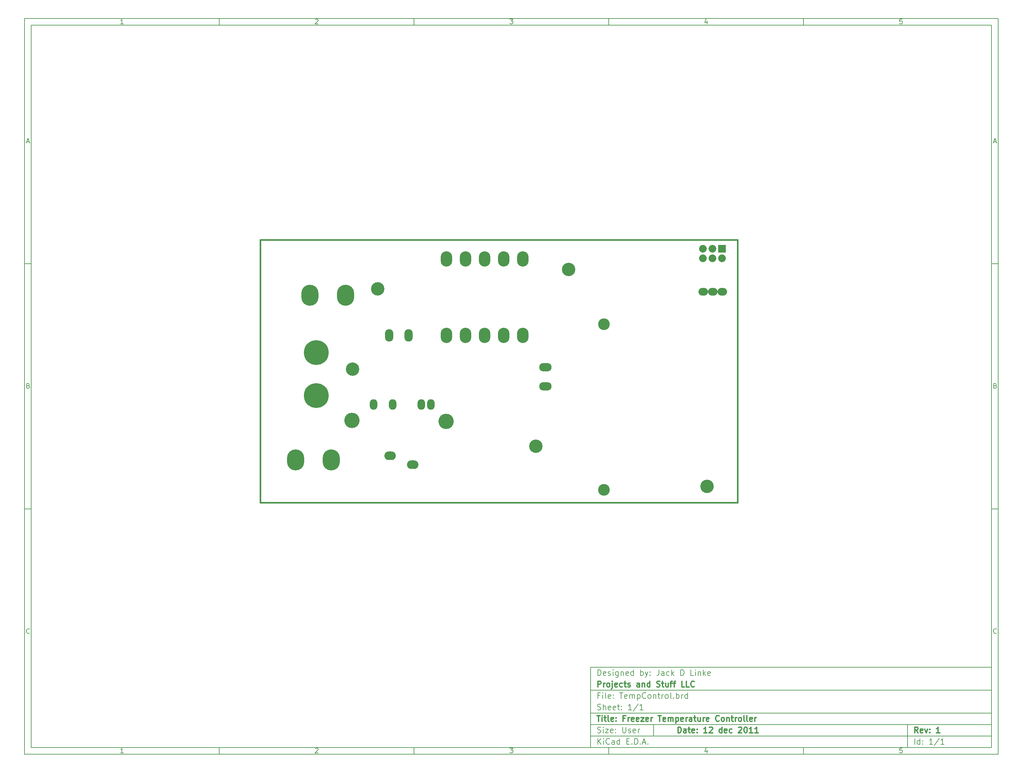
<source format=gbs>
G04 (created by PCBNEW-RS274X (2011-07-08 BZR 3044)-stable) date 12/12/2011 9:59:01 PM*
G01*
G70*
G90*
%MOIN*%
G04 Gerber Fmt 3.4, Leading zero omitted, Abs format*
%FSLAX34Y34*%
G04 APERTURE LIST*
%ADD10C,0.006000*%
%ADD11C,0.012000*%
%ADD12C,0.015000*%
%ADD13R,0.080000X0.080000*%
%ADD14C,0.080000*%
%ADD15C,0.122400*%
%ADD16O,0.120000X0.090000*%
%ADD17O,0.180000X0.220000*%
%ADD18O,0.086900X0.130200*%
%ADD19O,0.130200X0.086900*%
%ADD20C,0.160000*%
%ADD21O,0.080000X0.110000*%
%ADD22O,0.100000X0.080000*%
%ADD23C,0.140000*%
%ADD24O,0.120000X0.160000*%
%ADD25C,0.260000*%
G04 APERTURE END LIST*
G54D10*
X04000Y-04000D02*
X106000Y-04000D01*
X106000Y-81000D01*
X04000Y-81000D01*
X04000Y-04000D01*
X04700Y-04700D02*
X105300Y-04700D01*
X105300Y-80300D01*
X04700Y-80300D01*
X04700Y-04700D01*
X24400Y-04000D02*
X24400Y-04700D01*
X14343Y-04552D02*
X14057Y-04552D01*
X14200Y-04552D02*
X14200Y-04052D01*
X14152Y-04124D01*
X14105Y-04171D01*
X14057Y-04195D01*
X24400Y-81000D02*
X24400Y-80300D01*
X14343Y-80852D02*
X14057Y-80852D01*
X14200Y-80852D02*
X14200Y-80352D01*
X14152Y-80424D01*
X14105Y-80471D01*
X14057Y-80495D01*
X44800Y-04000D02*
X44800Y-04700D01*
X34457Y-04100D02*
X34481Y-04076D01*
X34529Y-04052D01*
X34648Y-04052D01*
X34695Y-04076D01*
X34719Y-04100D01*
X34743Y-04148D01*
X34743Y-04195D01*
X34719Y-04267D01*
X34433Y-04552D01*
X34743Y-04552D01*
X44800Y-81000D02*
X44800Y-80300D01*
X34457Y-80400D02*
X34481Y-80376D01*
X34529Y-80352D01*
X34648Y-80352D01*
X34695Y-80376D01*
X34719Y-80400D01*
X34743Y-80448D01*
X34743Y-80495D01*
X34719Y-80567D01*
X34433Y-80852D01*
X34743Y-80852D01*
X65200Y-04000D02*
X65200Y-04700D01*
X54833Y-04052D02*
X55143Y-04052D01*
X54976Y-04243D01*
X55048Y-04243D01*
X55095Y-04267D01*
X55119Y-04290D01*
X55143Y-04338D01*
X55143Y-04457D01*
X55119Y-04505D01*
X55095Y-04529D01*
X55048Y-04552D01*
X54905Y-04552D01*
X54857Y-04529D01*
X54833Y-04505D01*
X65200Y-81000D02*
X65200Y-80300D01*
X54833Y-80352D02*
X55143Y-80352D01*
X54976Y-80543D01*
X55048Y-80543D01*
X55095Y-80567D01*
X55119Y-80590D01*
X55143Y-80638D01*
X55143Y-80757D01*
X55119Y-80805D01*
X55095Y-80829D01*
X55048Y-80852D01*
X54905Y-80852D01*
X54857Y-80829D01*
X54833Y-80805D01*
X85600Y-04000D02*
X85600Y-04700D01*
X75495Y-04219D02*
X75495Y-04552D01*
X75376Y-04029D02*
X75257Y-04386D01*
X75567Y-04386D01*
X85600Y-81000D02*
X85600Y-80300D01*
X75495Y-80519D02*
X75495Y-80852D01*
X75376Y-80329D02*
X75257Y-80686D01*
X75567Y-80686D01*
X95919Y-04052D02*
X95681Y-04052D01*
X95657Y-04290D01*
X95681Y-04267D01*
X95729Y-04243D01*
X95848Y-04243D01*
X95895Y-04267D01*
X95919Y-04290D01*
X95943Y-04338D01*
X95943Y-04457D01*
X95919Y-04505D01*
X95895Y-04529D01*
X95848Y-04552D01*
X95729Y-04552D01*
X95681Y-04529D01*
X95657Y-04505D01*
X95919Y-80352D02*
X95681Y-80352D01*
X95657Y-80590D01*
X95681Y-80567D01*
X95729Y-80543D01*
X95848Y-80543D01*
X95895Y-80567D01*
X95919Y-80590D01*
X95943Y-80638D01*
X95943Y-80757D01*
X95919Y-80805D01*
X95895Y-80829D01*
X95848Y-80852D01*
X95729Y-80852D01*
X95681Y-80829D01*
X95657Y-80805D01*
X04000Y-29660D02*
X04700Y-29660D01*
X04231Y-16890D02*
X04469Y-16890D01*
X04184Y-17032D02*
X04350Y-16532D01*
X04517Y-17032D01*
X106000Y-29660D02*
X105300Y-29660D01*
X105531Y-16890D02*
X105769Y-16890D01*
X105484Y-17032D02*
X105650Y-16532D01*
X105817Y-17032D01*
X04000Y-55320D02*
X04700Y-55320D01*
X04386Y-42430D02*
X04457Y-42454D01*
X04481Y-42478D01*
X04505Y-42526D01*
X04505Y-42597D01*
X04481Y-42645D01*
X04457Y-42669D01*
X04410Y-42692D01*
X04219Y-42692D01*
X04219Y-42192D01*
X04386Y-42192D01*
X04433Y-42216D01*
X04457Y-42240D01*
X04481Y-42288D01*
X04481Y-42335D01*
X04457Y-42383D01*
X04433Y-42407D01*
X04386Y-42430D01*
X04219Y-42430D01*
X106000Y-55320D02*
X105300Y-55320D01*
X105686Y-42430D02*
X105757Y-42454D01*
X105781Y-42478D01*
X105805Y-42526D01*
X105805Y-42597D01*
X105781Y-42645D01*
X105757Y-42669D01*
X105710Y-42692D01*
X105519Y-42692D01*
X105519Y-42192D01*
X105686Y-42192D01*
X105733Y-42216D01*
X105757Y-42240D01*
X105781Y-42288D01*
X105781Y-42335D01*
X105757Y-42383D01*
X105733Y-42407D01*
X105686Y-42430D01*
X105519Y-42430D01*
X04505Y-68305D02*
X04481Y-68329D01*
X04410Y-68352D01*
X04362Y-68352D01*
X04290Y-68329D01*
X04243Y-68281D01*
X04219Y-68233D01*
X04195Y-68138D01*
X04195Y-68067D01*
X04219Y-67971D01*
X04243Y-67924D01*
X04290Y-67876D01*
X04362Y-67852D01*
X04410Y-67852D01*
X04481Y-67876D01*
X04505Y-67900D01*
X105805Y-68305D02*
X105781Y-68329D01*
X105710Y-68352D01*
X105662Y-68352D01*
X105590Y-68329D01*
X105543Y-68281D01*
X105519Y-68233D01*
X105495Y-68138D01*
X105495Y-68067D01*
X105519Y-67971D01*
X105543Y-67924D01*
X105590Y-67876D01*
X105662Y-67852D01*
X105710Y-67852D01*
X105781Y-67876D01*
X105805Y-67900D01*
G54D11*
X72443Y-78743D02*
X72443Y-78143D01*
X72586Y-78143D01*
X72671Y-78171D01*
X72729Y-78229D01*
X72757Y-78286D01*
X72786Y-78400D01*
X72786Y-78486D01*
X72757Y-78600D01*
X72729Y-78657D01*
X72671Y-78714D01*
X72586Y-78743D01*
X72443Y-78743D01*
X73300Y-78743D02*
X73300Y-78429D01*
X73271Y-78371D01*
X73214Y-78343D01*
X73100Y-78343D01*
X73043Y-78371D01*
X73300Y-78714D02*
X73243Y-78743D01*
X73100Y-78743D01*
X73043Y-78714D01*
X73014Y-78657D01*
X73014Y-78600D01*
X73043Y-78543D01*
X73100Y-78514D01*
X73243Y-78514D01*
X73300Y-78486D01*
X73500Y-78343D02*
X73729Y-78343D01*
X73586Y-78143D02*
X73586Y-78657D01*
X73614Y-78714D01*
X73672Y-78743D01*
X73729Y-78743D01*
X74157Y-78714D02*
X74100Y-78743D01*
X73986Y-78743D01*
X73929Y-78714D01*
X73900Y-78657D01*
X73900Y-78429D01*
X73929Y-78371D01*
X73986Y-78343D01*
X74100Y-78343D01*
X74157Y-78371D01*
X74186Y-78429D01*
X74186Y-78486D01*
X73900Y-78543D01*
X74443Y-78686D02*
X74471Y-78714D01*
X74443Y-78743D01*
X74414Y-78714D01*
X74443Y-78686D01*
X74443Y-78743D01*
X74443Y-78371D02*
X74471Y-78400D01*
X74443Y-78429D01*
X74414Y-78400D01*
X74443Y-78371D01*
X74443Y-78429D01*
X75500Y-78743D02*
X75157Y-78743D01*
X75329Y-78743D02*
X75329Y-78143D01*
X75272Y-78229D01*
X75214Y-78286D01*
X75157Y-78314D01*
X75728Y-78200D02*
X75757Y-78171D01*
X75814Y-78143D01*
X75957Y-78143D01*
X76014Y-78171D01*
X76043Y-78200D01*
X76071Y-78257D01*
X76071Y-78314D01*
X76043Y-78400D01*
X75700Y-78743D01*
X76071Y-78743D01*
X77042Y-78743D02*
X77042Y-78143D01*
X77042Y-78714D02*
X76985Y-78743D01*
X76871Y-78743D01*
X76813Y-78714D01*
X76785Y-78686D01*
X76756Y-78629D01*
X76756Y-78457D01*
X76785Y-78400D01*
X76813Y-78371D01*
X76871Y-78343D01*
X76985Y-78343D01*
X77042Y-78371D01*
X77556Y-78714D02*
X77499Y-78743D01*
X77385Y-78743D01*
X77328Y-78714D01*
X77299Y-78657D01*
X77299Y-78429D01*
X77328Y-78371D01*
X77385Y-78343D01*
X77499Y-78343D01*
X77556Y-78371D01*
X77585Y-78429D01*
X77585Y-78486D01*
X77299Y-78543D01*
X78099Y-78714D02*
X78042Y-78743D01*
X77928Y-78743D01*
X77870Y-78714D01*
X77842Y-78686D01*
X77813Y-78629D01*
X77813Y-78457D01*
X77842Y-78400D01*
X77870Y-78371D01*
X77928Y-78343D01*
X78042Y-78343D01*
X78099Y-78371D01*
X78784Y-78200D02*
X78813Y-78171D01*
X78870Y-78143D01*
X79013Y-78143D01*
X79070Y-78171D01*
X79099Y-78200D01*
X79127Y-78257D01*
X79127Y-78314D01*
X79099Y-78400D01*
X78756Y-78743D01*
X79127Y-78743D01*
X79498Y-78143D02*
X79555Y-78143D01*
X79612Y-78171D01*
X79641Y-78200D01*
X79670Y-78257D01*
X79698Y-78371D01*
X79698Y-78514D01*
X79670Y-78629D01*
X79641Y-78686D01*
X79612Y-78714D01*
X79555Y-78743D01*
X79498Y-78743D01*
X79441Y-78714D01*
X79412Y-78686D01*
X79384Y-78629D01*
X79355Y-78514D01*
X79355Y-78371D01*
X79384Y-78257D01*
X79412Y-78200D01*
X79441Y-78171D01*
X79498Y-78143D01*
X80269Y-78743D02*
X79926Y-78743D01*
X80098Y-78743D02*
X80098Y-78143D01*
X80041Y-78229D01*
X79983Y-78286D01*
X79926Y-78314D01*
X80840Y-78743D02*
X80497Y-78743D01*
X80669Y-78743D02*
X80669Y-78143D01*
X80612Y-78229D01*
X80554Y-78286D01*
X80497Y-78314D01*
G54D10*
X64043Y-79943D02*
X64043Y-79343D01*
X64386Y-79943D02*
X64129Y-79600D01*
X64386Y-79343D02*
X64043Y-79686D01*
X64643Y-79943D02*
X64643Y-79543D01*
X64643Y-79343D02*
X64614Y-79371D01*
X64643Y-79400D01*
X64671Y-79371D01*
X64643Y-79343D01*
X64643Y-79400D01*
X65272Y-79886D02*
X65243Y-79914D01*
X65157Y-79943D01*
X65100Y-79943D01*
X65015Y-79914D01*
X64957Y-79857D01*
X64929Y-79800D01*
X64900Y-79686D01*
X64900Y-79600D01*
X64929Y-79486D01*
X64957Y-79429D01*
X65015Y-79371D01*
X65100Y-79343D01*
X65157Y-79343D01*
X65243Y-79371D01*
X65272Y-79400D01*
X65786Y-79943D02*
X65786Y-79629D01*
X65757Y-79571D01*
X65700Y-79543D01*
X65586Y-79543D01*
X65529Y-79571D01*
X65786Y-79914D02*
X65729Y-79943D01*
X65586Y-79943D01*
X65529Y-79914D01*
X65500Y-79857D01*
X65500Y-79800D01*
X65529Y-79743D01*
X65586Y-79714D01*
X65729Y-79714D01*
X65786Y-79686D01*
X66329Y-79943D02*
X66329Y-79343D01*
X66329Y-79914D02*
X66272Y-79943D01*
X66158Y-79943D01*
X66100Y-79914D01*
X66072Y-79886D01*
X66043Y-79829D01*
X66043Y-79657D01*
X66072Y-79600D01*
X66100Y-79571D01*
X66158Y-79543D01*
X66272Y-79543D01*
X66329Y-79571D01*
X67072Y-79629D02*
X67272Y-79629D01*
X67358Y-79943D02*
X67072Y-79943D01*
X67072Y-79343D01*
X67358Y-79343D01*
X67615Y-79886D02*
X67643Y-79914D01*
X67615Y-79943D01*
X67586Y-79914D01*
X67615Y-79886D01*
X67615Y-79943D01*
X67901Y-79943D02*
X67901Y-79343D01*
X68044Y-79343D01*
X68129Y-79371D01*
X68187Y-79429D01*
X68215Y-79486D01*
X68244Y-79600D01*
X68244Y-79686D01*
X68215Y-79800D01*
X68187Y-79857D01*
X68129Y-79914D01*
X68044Y-79943D01*
X67901Y-79943D01*
X68501Y-79886D02*
X68529Y-79914D01*
X68501Y-79943D01*
X68472Y-79914D01*
X68501Y-79886D01*
X68501Y-79943D01*
X68758Y-79771D02*
X69044Y-79771D01*
X68701Y-79943D02*
X68901Y-79343D01*
X69101Y-79943D01*
X69301Y-79886D02*
X69329Y-79914D01*
X69301Y-79943D01*
X69272Y-79914D01*
X69301Y-79886D01*
X69301Y-79943D01*
G54D11*
X97586Y-78743D02*
X97386Y-78457D01*
X97243Y-78743D02*
X97243Y-78143D01*
X97471Y-78143D01*
X97529Y-78171D01*
X97557Y-78200D01*
X97586Y-78257D01*
X97586Y-78343D01*
X97557Y-78400D01*
X97529Y-78429D01*
X97471Y-78457D01*
X97243Y-78457D01*
X98071Y-78714D02*
X98014Y-78743D01*
X97900Y-78743D01*
X97843Y-78714D01*
X97814Y-78657D01*
X97814Y-78429D01*
X97843Y-78371D01*
X97900Y-78343D01*
X98014Y-78343D01*
X98071Y-78371D01*
X98100Y-78429D01*
X98100Y-78486D01*
X97814Y-78543D01*
X98300Y-78343D02*
X98443Y-78743D01*
X98585Y-78343D01*
X98814Y-78686D02*
X98842Y-78714D01*
X98814Y-78743D01*
X98785Y-78714D01*
X98814Y-78686D01*
X98814Y-78743D01*
X98814Y-78371D02*
X98842Y-78400D01*
X98814Y-78429D01*
X98785Y-78400D01*
X98814Y-78371D01*
X98814Y-78429D01*
X99871Y-78743D02*
X99528Y-78743D01*
X99700Y-78743D02*
X99700Y-78143D01*
X99643Y-78229D01*
X99585Y-78286D01*
X99528Y-78314D01*
G54D10*
X64014Y-78714D02*
X64100Y-78743D01*
X64243Y-78743D01*
X64300Y-78714D01*
X64329Y-78686D01*
X64357Y-78629D01*
X64357Y-78571D01*
X64329Y-78514D01*
X64300Y-78486D01*
X64243Y-78457D01*
X64129Y-78429D01*
X64071Y-78400D01*
X64043Y-78371D01*
X64014Y-78314D01*
X64014Y-78257D01*
X64043Y-78200D01*
X64071Y-78171D01*
X64129Y-78143D01*
X64271Y-78143D01*
X64357Y-78171D01*
X64614Y-78743D02*
X64614Y-78343D01*
X64614Y-78143D02*
X64585Y-78171D01*
X64614Y-78200D01*
X64642Y-78171D01*
X64614Y-78143D01*
X64614Y-78200D01*
X64843Y-78343D02*
X65157Y-78343D01*
X64843Y-78743D01*
X65157Y-78743D01*
X65614Y-78714D02*
X65557Y-78743D01*
X65443Y-78743D01*
X65386Y-78714D01*
X65357Y-78657D01*
X65357Y-78429D01*
X65386Y-78371D01*
X65443Y-78343D01*
X65557Y-78343D01*
X65614Y-78371D01*
X65643Y-78429D01*
X65643Y-78486D01*
X65357Y-78543D01*
X65900Y-78686D02*
X65928Y-78714D01*
X65900Y-78743D01*
X65871Y-78714D01*
X65900Y-78686D01*
X65900Y-78743D01*
X65900Y-78371D02*
X65928Y-78400D01*
X65900Y-78429D01*
X65871Y-78400D01*
X65900Y-78371D01*
X65900Y-78429D01*
X66643Y-78143D02*
X66643Y-78629D01*
X66671Y-78686D01*
X66700Y-78714D01*
X66757Y-78743D01*
X66871Y-78743D01*
X66929Y-78714D01*
X66957Y-78686D01*
X66986Y-78629D01*
X66986Y-78143D01*
X67243Y-78714D02*
X67300Y-78743D01*
X67415Y-78743D01*
X67472Y-78714D01*
X67500Y-78657D01*
X67500Y-78629D01*
X67472Y-78571D01*
X67415Y-78543D01*
X67329Y-78543D01*
X67272Y-78514D01*
X67243Y-78457D01*
X67243Y-78429D01*
X67272Y-78371D01*
X67329Y-78343D01*
X67415Y-78343D01*
X67472Y-78371D01*
X67986Y-78714D02*
X67929Y-78743D01*
X67815Y-78743D01*
X67758Y-78714D01*
X67729Y-78657D01*
X67729Y-78429D01*
X67758Y-78371D01*
X67815Y-78343D01*
X67929Y-78343D01*
X67986Y-78371D01*
X68015Y-78429D01*
X68015Y-78486D01*
X67729Y-78543D01*
X68272Y-78743D02*
X68272Y-78343D01*
X68272Y-78457D02*
X68300Y-78400D01*
X68329Y-78371D01*
X68386Y-78343D01*
X68443Y-78343D01*
X97243Y-79943D02*
X97243Y-79343D01*
X97786Y-79943D02*
X97786Y-79343D01*
X97786Y-79914D02*
X97729Y-79943D01*
X97615Y-79943D01*
X97557Y-79914D01*
X97529Y-79886D01*
X97500Y-79829D01*
X97500Y-79657D01*
X97529Y-79600D01*
X97557Y-79571D01*
X97615Y-79543D01*
X97729Y-79543D01*
X97786Y-79571D01*
X98072Y-79886D02*
X98100Y-79914D01*
X98072Y-79943D01*
X98043Y-79914D01*
X98072Y-79886D01*
X98072Y-79943D01*
X98072Y-79571D02*
X98100Y-79600D01*
X98072Y-79629D01*
X98043Y-79600D01*
X98072Y-79571D01*
X98072Y-79629D01*
X99129Y-79943D02*
X98786Y-79943D01*
X98958Y-79943D02*
X98958Y-79343D01*
X98901Y-79429D01*
X98843Y-79486D01*
X98786Y-79514D01*
X99814Y-79314D02*
X99300Y-80086D01*
X100329Y-79943D02*
X99986Y-79943D01*
X100158Y-79943D02*
X100158Y-79343D01*
X100101Y-79429D01*
X100043Y-79486D01*
X99986Y-79514D01*
G54D11*
X63957Y-76943D02*
X64300Y-76943D01*
X64129Y-77543D02*
X64129Y-76943D01*
X64500Y-77543D02*
X64500Y-77143D01*
X64500Y-76943D02*
X64471Y-76971D01*
X64500Y-77000D01*
X64528Y-76971D01*
X64500Y-76943D01*
X64500Y-77000D01*
X64700Y-77143D02*
X64929Y-77143D01*
X64786Y-76943D02*
X64786Y-77457D01*
X64814Y-77514D01*
X64872Y-77543D01*
X64929Y-77543D01*
X65215Y-77543D02*
X65157Y-77514D01*
X65129Y-77457D01*
X65129Y-76943D01*
X65671Y-77514D02*
X65614Y-77543D01*
X65500Y-77543D01*
X65443Y-77514D01*
X65414Y-77457D01*
X65414Y-77229D01*
X65443Y-77171D01*
X65500Y-77143D01*
X65614Y-77143D01*
X65671Y-77171D01*
X65700Y-77229D01*
X65700Y-77286D01*
X65414Y-77343D01*
X65957Y-77486D02*
X65985Y-77514D01*
X65957Y-77543D01*
X65928Y-77514D01*
X65957Y-77486D01*
X65957Y-77543D01*
X65957Y-77171D02*
X65985Y-77200D01*
X65957Y-77229D01*
X65928Y-77200D01*
X65957Y-77171D01*
X65957Y-77229D01*
X66900Y-77229D02*
X66700Y-77229D01*
X66700Y-77543D02*
X66700Y-76943D01*
X66986Y-76943D01*
X67214Y-77543D02*
X67214Y-77143D01*
X67214Y-77257D02*
X67242Y-77200D01*
X67271Y-77171D01*
X67328Y-77143D01*
X67385Y-77143D01*
X67813Y-77514D02*
X67756Y-77543D01*
X67642Y-77543D01*
X67585Y-77514D01*
X67556Y-77457D01*
X67556Y-77229D01*
X67585Y-77171D01*
X67642Y-77143D01*
X67756Y-77143D01*
X67813Y-77171D01*
X67842Y-77229D01*
X67842Y-77286D01*
X67556Y-77343D01*
X68327Y-77514D02*
X68270Y-77543D01*
X68156Y-77543D01*
X68099Y-77514D01*
X68070Y-77457D01*
X68070Y-77229D01*
X68099Y-77171D01*
X68156Y-77143D01*
X68270Y-77143D01*
X68327Y-77171D01*
X68356Y-77229D01*
X68356Y-77286D01*
X68070Y-77343D01*
X68556Y-77143D02*
X68870Y-77143D01*
X68556Y-77543D01*
X68870Y-77543D01*
X69327Y-77514D02*
X69270Y-77543D01*
X69156Y-77543D01*
X69099Y-77514D01*
X69070Y-77457D01*
X69070Y-77229D01*
X69099Y-77171D01*
X69156Y-77143D01*
X69270Y-77143D01*
X69327Y-77171D01*
X69356Y-77229D01*
X69356Y-77286D01*
X69070Y-77343D01*
X69613Y-77543D02*
X69613Y-77143D01*
X69613Y-77257D02*
X69641Y-77200D01*
X69670Y-77171D01*
X69727Y-77143D01*
X69784Y-77143D01*
X70355Y-76943D02*
X70698Y-76943D01*
X70527Y-77543D02*
X70527Y-76943D01*
X71126Y-77514D02*
X71069Y-77543D01*
X70955Y-77543D01*
X70898Y-77514D01*
X70869Y-77457D01*
X70869Y-77229D01*
X70898Y-77171D01*
X70955Y-77143D01*
X71069Y-77143D01*
X71126Y-77171D01*
X71155Y-77229D01*
X71155Y-77286D01*
X70869Y-77343D01*
X71412Y-77543D02*
X71412Y-77143D01*
X71412Y-77200D02*
X71440Y-77171D01*
X71498Y-77143D01*
X71583Y-77143D01*
X71640Y-77171D01*
X71669Y-77229D01*
X71669Y-77543D01*
X71669Y-77229D02*
X71698Y-77171D01*
X71755Y-77143D01*
X71840Y-77143D01*
X71898Y-77171D01*
X71926Y-77229D01*
X71926Y-77543D01*
X72212Y-77143D02*
X72212Y-77743D01*
X72212Y-77171D02*
X72269Y-77143D01*
X72383Y-77143D01*
X72440Y-77171D01*
X72469Y-77200D01*
X72498Y-77257D01*
X72498Y-77429D01*
X72469Y-77486D01*
X72440Y-77514D01*
X72383Y-77543D01*
X72269Y-77543D01*
X72212Y-77514D01*
X72983Y-77514D02*
X72926Y-77543D01*
X72812Y-77543D01*
X72755Y-77514D01*
X72726Y-77457D01*
X72726Y-77229D01*
X72755Y-77171D01*
X72812Y-77143D01*
X72926Y-77143D01*
X72983Y-77171D01*
X73012Y-77229D01*
X73012Y-77286D01*
X72726Y-77343D01*
X73269Y-77543D02*
X73269Y-77143D01*
X73269Y-77257D02*
X73297Y-77200D01*
X73326Y-77171D01*
X73383Y-77143D01*
X73440Y-77143D01*
X73897Y-77543D02*
X73897Y-77229D01*
X73868Y-77171D01*
X73811Y-77143D01*
X73697Y-77143D01*
X73640Y-77171D01*
X73897Y-77514D02*
X73840Y-77543D01*
X73697Y-77543D01*
X73640Y-77514D01*
X73611Y-77457D01*
X73611Y-77400D01*
X73640Y-77343D01*
X73697Y-77314D01*
X73840Y-77314D01*
X73897Y-77286D01*
X74097Y-77143D02*
X74326Y-77143D01*
X74183Y-76943D02*
X74183Y-77457D01*
X74211Y-77514D01*
X74269Y-77543D01*
X74326Y-77543D01*
X74783Y-77143D02*
X74783Y-77543D01*
X74526Y-77143D02*
X74526Y-77457D01*
X74554Y-77514D01*
X74612Y-77543D01*
X74697Y-77543D01*
X74754Y-77514D01*
X74783Y-77486D01*
X75069Y-77543D02*
X75069Y-77143D01*
X75069Y-77257D02*
X75097Y-77200D01*
X75126Y-77171D01*
X75183Y-77143D01*
X75240Y-77143D01*
X75668Y-77514D02*
X75611Y-77543D01*
X75497Y-77543D01*
X75440Y-77514D01*
X75411Y-77457D01*
X75411Y-77229D01*
X75440Y-77171D01*
X75497Y-77143D01*
X75611Y-77143D01*
X75668Y-77171D01*
X75697Y-77229D01*
X75697Y-77286D01*
X75411Y-77343D01*
X76754Y-77486D02*
X76725Y-77514D01*
X76639Y-77543D01*
X76582Y-77543D01*
X76497Y-77514D01*
X76439Y-77457D01*
X76411Y-77400D01*
X76382Y-77286D01*
X76382Y-77200D01*
X76411Y-77086D01*
X76439Y-77029D01*
X76497Y-76971D01*
X76582Y-76943D01*
X76639Y-76943D01*
X76725Y-76971D01*
X76754Y-77000D01*
X77097Y-77543D02*
X77039Y-77514D01*
X77011Y-77486D01*
X76982Y-77429D01*
X76982Y-77257D01*
X77011Y-77200D01*
X77039Y-77171D01*
X77097Y-77143D01*
X77182Y-77143D01*
X77239Y-77171D01*
X77268Y-77200D01*
X77297Y-77257D01*
X77297Y-77429D01*
X77268Y-77486D01*
X77239Y-77514D01*
X77182Y-77543D01*
X77097Y-77543D01*
X77554Y-77143D02*
X77554Y-77543D01*
X77554Y-77200D02*
X77582Y-77171D01*
X77640Y-77143D01*
X77725Y-77143D01*
X77782Y-77171D01*
X77811Y-77229D01*
X77811Y-77543D01*
X78011Y-77143D02*
X78240Y-77143D01*
X78097Y-76943D02*
X78097Y-77457D01*
X78125Y-77514D01*
X78183Y-77543D01*
X78240Y-77543D01*
X78440Y-77543D02*
X78440Y-77143D01*
X78440Y-77257D02*
X78468Y-77200D01*
X78497Y-77171D01*
X78554Y-77143D01*
X78611Y-77143D01*
X78897Y-77543D02*
X78839Y-77514D01*
X78811Y-77486D01*
X78782Y-77429D01*
X78782Y-77257D01*
X78811Y-77200D01*
X78839Y-77171D01*
X78897Y-77143D01*
X78982Y-77143D01*
X79039Y-77171D01*
X79068Y-77200D01*
X79097Y-77257D01*
X79097Y-77429D01*
X79068Y-77486D01*
X79039Y-77514D01*
X78982Y-77543D01*
X78897Y-77543D01*
X79440Y-77543D02*
X79382Y-77514D01*
X79354Y-77457D01*
X79354Y-76943D01*
X79754Y-77543D02*
X79696Y-77514D01*
X79668Y-77457D01*
X79668Y-76943D01*
X80210Y-77514D02*
X80153Y-77543D01*
X80039Y-77543D01*
X79982Y-77514D01*
X79953Y-77457D01*
X79953Y-77229D01*
X79982Y-77171D01*
X80039Y-77143D01*
X80153Y-77143D01*
X80210Y-77171D01*
X80239Y-77229D01*
X80239Y-77286D01*
X79953Y-77343D01*
X80496Y-77543D02*
X80496Y-77143D01*
X80496Y-77257D02*
X80524Y-77200D01*
X80553Y-77171D01*
X80610Y-77143D01*
X80667Y-77143D01*
G54D10*
X64243Y-74829D02*
X64043Y-74829D01*
X64043Y-75143D02*
X64043Y-74543D01*
X64329Y-74543D01*
X64557Y-75143D02*
X64557Y-74743D01*
X64557Y-74543D02*
X64528Y-74571D01*
X64557Y-74600D01*
X64585Y-74571D01*
X64557Y-74543D01*
X64557Y-74600D01*
X64929Y-75143D02*
X64871Y-75114D01*
X64843Y-75057D01*
X64843Y-74543D01*
X65385Y-75114D02*
X65328Y-75143D01*
X65214Y-75143D01*
X65157Y-75114D01*
X65128Y-75057D01*
X65128Y-74829D01*
X65157Y-74771D01*
X65214Y-74743D01*
X65328Y-74743D01*
X65385Y-74771D01*
X65414Y-74829D01*
X65414Y-74886D01*
X65128Y-74943D01*
X65671Y-75086D02*
X65699Y-75114D01*
X65671Y-75143D01*
X65642Y-75114D01*
X65671Y-75086D01*
X65671Y-75143D01*
X65671Y-74771D02*
X65699Y-74800D01*
X65671Y-74829D01*
X65642Y-74800D01*
X65671Y-74771D01*
X65671Y-74829D01*
X66328Y-74543D02*
X66671Y-74543D01*
X66500Y-75143D02*
X66500Y-74543D01*
X67099Y-75114D02*
X67042Y-75143D01*
X66928Y-75143D01*
X66871Y-75114D01*
X66842Y-75057D01*
X66842Y-74829D01*
X66871Y-74771D01*
X66928Y-74743D01*
X67042Y-74743D01*
X67099Y-74771D01*
X67128Y-74829D01*
X67128Y-74886D01*
X66842Y-74943D01*
X67385Y-75143D02*
X67385Y-74743D01*
X67385Y-74800D02*
X67413Y-74771D01*
X67471Y-74743D01*
X67556Y-74743D01*
X67613Y-74771D01*
X67642Y-74829D01*
X67642Y-75143D01*
X67642Y-74829D02*
X67671Y-74771D01*
X67728Y-74743D01*
X67813Y-74743D01*
X67871Y-74771D01*
X67899Y-74829D01*
X67899Y-75143D01*
X68185Y-74743D02*
X68185Y-75343D01*
X68185Y-74771D02*
X68242Y-74743D01*
X68356Y-74743D01*
X68413Y-74771D01*
X68442Y-74800D01*
X68471Y-74857D01*
X68471Y-75029D01*
X68442Y-75086D01*
X68413Y-75114D01*
X68356Y-75143D01*
X68242Y-75143D01*
X68185Y-75114D01*
X69071Y-75086D02*
X69042Y-75114D01*
X68956Y-75143D01*
X68899Y-75143D01*
X68814Y-75114D01*
X68756Y-75057D01*
X68728Y-75000D01*
X68699Y-74886D01*
X68699Y-74800D01*
X68728Y-74686D01*
X68756Y-74629D01*
X68814Y-74571D01*
X68899Y-74543D01*
X68956Y-74543D01*
X69042Y-74571D01*
X69071Y-74600D01*
X69414Y-75143D02*
X69356Y-75114D01*
X69328Y-75086D01*
X69299Y-75029D01*
X69299Y-74857D01*
X69328Y-74800D01*
X69356Y-74771D01*
X69414Y-74743D01*
X69499Y-74743D01*
X69556Y-74771D01*
X69585Y-74800D01*
X69614Y-74857D01*
X69614Y-75029D01*
X69585Y-75086D01*
X69556Y-75114D01*
X69499Y-75143D01*
X69414Y-75143D01*
X69871Y-74743D02*
X69871Y-75143D01*
X69871Y-74800D02*
X69899Y-74771D01*
X69957Y-74743D01*
X70042Y-74743D01*
X70099Y-74771D01*
X70128Y-74829D01*
X70128Y-75143D01*
X70328Y-74743D02*
X70557Y-74743D01*
X70414Y-74543D02*
X70414Y-75057D01*
X70442Y-75114D01*
X70500Y-75143D01*
X70557Y-75143D01*
X70757Y-75143D02*
X70757Y-74743D01*
X70757Y-74857D02*
X70785Y-74800D01*
X70814Y-74771D01*
X70871Y-74743D01*
X70928Y-74743D01*
X71214Y-75143D02*
X71156Y-75114D01*
X71128Y-75086D01*
X71099Y-75029D01*
X71099Y-74857D01*
X71128Y-74800D01*
X71156Y-74771D01*
X71214Y-74743D01*
X71299Y-74743D01*
X71356Y-74771D01*
X71385Y-74800D01*
X71414Y-74857D01*
X71414Y-75029D01*
X71385Y-75086D01*
X71356Y-75114D01*
X71299Y-75143D01*
X71214Y-75143D01*
X71757Y-75143D02*
X71699Y-75114D01*
X71671Y-75057D01*
X71671Y-74543D01*
X71985Y-75086D02*
X72013Y-75114D01*
X71985Y-75143D01*
X71956Y-75114D01*
X71985Y-75086D01*
X71985Y-75143D01*
X72271Y-75143D02*
X72271Y-74543D01*
X72271Y-74771D02*
X72328Y-74743D01*
X72442Y-74743D01*
X72499Y-74771D01*
X72528Y-74800D01*
X72557Y-74857D01*
X72557Y-75029D01*
X72528Y-75086D01*
X72499Y-75114D01*
X72442Y-75143D01*
X72328Y-75143D01*
X72271Y-75114D01*
X72814Y-75143D02*
X72814Y-74743D01*
X72814Y-74857D02*
X72842Y-74800D01*
X72871Y-74771D01*
X72928Y-74743D01*
X72985Y-74743D01*
X73442Y-75143D02*
X73442Y-74543D01*
X73442Y-75114D02*
X73385Y-75143D01*
X73271Y-75143D01*
X73213Y-75114D01*
X73185Y-75086D01*
X73156Y-75029D01*
X73156Y-74857D01*
X73185Y-74800D01*
X73213Y-74771D01*
X73271Y-74743D01*
X73385Y-74743D01*
X73442Y-74771D01*
X64014Y-76314D02*
X64100Y-76343D01*
X64243Y-76343D01*
X64300Y-76314D01*
X64329Y-76286D01*
X64357Y-76229D01*
X64357Y-76171D01*
X64329Y-76114D01*
X64300Y-76086D01*
X64243Y-76057D01*
X64129Y-76029D01*
X64071Y-76000D01*
X64043Y-75971D01*
X64014Y-75914D01*
X64014Y-75857D01*
X64043Y-75800D01*
X64071Y-75771D01*
X64129Y-75743D01*
X64271Y-75743D01*
X64357Y-75771D01*
X64614Y-76343D02*
X64614Y-75743D01*
X64871Y-76343D02*
X64871Y-76029D01*
X64842Y-75971D01*
X64785Y-75943D01*
X64700Y-75943D01*
X64642Y-75971D01*
X64614Y-76000D01*
X65385Y-76314D02*
X65328Y-76343D01*
X65214Y-76343D01*
X65157Y-76314D01*
X65128Y-76257D01*
X65128Y-76029D01*
X65157Y-75971D01*
X65214Y-75943D01*
X65328Y-75943D01*
X65385Y-75971D01*
X65414Y-76029D01*
X65414Y-76086D01*
X65128Y-76143D01*
X65899Y-76314D02*
X65842Y-76343D01*
X65728Y-76343D01*
X65671Y-76314D01*
X65642Y-76257D01*
X65642Y-76029D01*
X65671Y-75971D01*
X65728Y-75943D01*
X65842Y-75943D01*
X65899Y-75971D01*
X65928Y-76029D01*
X65928Y-76086D01*
X65642Y-76143D01*
X66099Y-75943D02*
X66328Y-75943D01*
X66185Y-75743D02*
X66185Y-76257D01*
X66213Y-76314D01*
X66271Y-76343D01*
X66328Y-76343D01*
X66528Y-76286D02*
X66556Y-76314D01*
X66528Y-76343D01*
X66499Y-76314D01*
X66528Y-76286D01*
X66528Y-76343D01*
X66528Y-75971D02*
X66556Y-76000D01*
X66528Y-76029D01*
X66499Y-76000D01*
X66528Y-75971D01*
X66528Y-76029D01*
X67585Y-76343D02*
X67242Y-76343D01*
X67414Y-76343D02*
X67414Y-75743D01*
X67357Y-75829D01*
X67299Y-75886D01*
X67242Y-75914D01*
X68270Y-75714D02*
X67756Y-76486D01*
X68785Y-76343D02*
X68442Y-76343D01*
X68614Y-76343D02*
X68614Y-75743D01*
X68557Y-75829D01*
X68499Y-75886D01*
X68442Y-75914D01*
G54D11*
X64043Y-73943D02*
X64043Y-73343D01*
X64271Y-73343D01*
X64329Y-73371D01*
X64357Y-73400D01*
X64386Y-73457D01*
X64386Y-73543D01*
X64357Y-73600D01*
X64329Y-73629D01*
X64271Y-73657D01*
X64043Y-73657D01*
X64643Y-73943D02*
X64643Y-73543D01*
X64643Y-73657D02*
X64671Y-73600D01*
X64700Y-73571D01*
X64757Y-73543D01*
X64814Y-73543D01*
X65100Y-73943D02*
X65042Y-73914D01*
X65014Y-73886D01*
X64985Y-73829D01*
X64985Y-73657D01*
X65014Y-73600D01*
X65042Y-73571D01*
X65100Y-73543D01*
X65185Y-73543D01*
X65242Y-73571D01*
X65271Y-73600D01*
X65300Y-73657D01*
X65300Y-73829D01*
X65271Y-73886D01*
X65242Y-73914D01*
X65185Y-73943D01*
X65100Y-73943D01*
X65557Y-73543D02*
X65557Y-74057D01*
X65528Y-74114D01*
X65471Y-74143D01*
X65443Y-74143D01*
X65557Y-73343D02*
X65528Y-73371D01*
X65557Y-73400D01*
X65585Y-73371D01*
X65557Y-73343D01*
X65557Y-73400D01*
X66071Y-73914D02*
X66014Y-73943D01*
X65900Y-73943D01*
X65843Y-73914D01*
X65814Y-73857D01*
X65814Y-73629D01*
X65843Y-73571D01*
X65900Y-73543D01*
X66014Y-73543D01*
X66071Y-73571D01*
X66100Y-73629D01*
X66100Y-73686D01*
X65814Y-73743D01*
X66614Y-73914D02*
X66557Y-73943D01*
X66443Y-73943D01*
X66385Y-73914D01*
X66357Y-73886D01*
X66328Y-73829D01*
X66328Y-73657D01*
X66357Y-73600D01*
X66385Y-73571D01*
X66443Y-73543D01*
X66557Y-73543D01*
X66614Y-73571D01*
X66785Y-73543D02*
X67014Y-73543D01*
X66871Y-73343D02*
X66871Y-73857D01*
X66899Y-73914D01*
X66957Y-73943D01*
X67014Y-73943D01*
X67185Y-73914D02*
X67242Y-73943D01*
X67357Y-73943D01*
X67414Y-73914D01*
X67442Y-73857D01*
X67442Y-73829D01*
X67414Y-73771D01*
X67357Y-73743D01*
X67271Y-73743D01*
X67214Y-73714D01*
X67185Y-73657D01*
X67185Y-73629D01*
X67214Y-73571D01*
X67271Y-73543D01*
X67357Y-73543D01*
X67414Y-73571D01*
X68414Y-73943D02*
X68414Y-73629D01*
X68385Y-73571D01*
X68328Y-73543D01*
X68214Y-73543D01*
X68157Y-73571D01*
X68414Y-73914D02*
X68357Y-73943D01*
X68214Y-73943D01*
X68157Y-73914D01*
X68128Y-73857D01*
X68128Y-73800D01*
X68157Y-73743D01*
X68214Y-73714D01*
X68357Y-73714D01*
X68414Y-73686D01*
X68700Y-73543D02*
X68700Y-73943D01*
X68700Y-73600D02*
X68728Y-73571D01*
X68786Y-73543D01*
X68871Y-73543D01*
X68928Y-73571D01*
X68957Y-73629D01*
X68957Y-73943D01*
X69500Y-73943D02*
X69500Y-73343D01*
X69500Y-73914D02*
X69443Y-73943D01*
X69329Y-73943D01*
X69271Y-73914D01*
X69243Y-73886D01*
X69214Y-73829D01*
X69214Y-73657D01*
X69243Y-73600D01*
X69271Y-73571D01*
X69329Y-73543D01*
X69443Y-73543D01*
X69500Y-73571D01*
X70214Y-73914D02*
X70300Y-73943D01*
X70443Y-73943D01*
X70500Y-73914D01*
X70529Y-73886D01*
X70557Y-73829D01*
X70557Y-73771D01*
X70529Y-73714D01*
X70500Y-73686D01*
X70443Y-73657D01*
X70329Y-73629D01*
X70271Y-73600D01*
X70243Y-73571D01*
X70214Y-73514D01*
X70214Y-73457D01*
X70243Y-73400D01*
X70271Y-73371D01*
X70329Y-73343D01*
X70471Y-73343D01*
X70557Y-73371D01*
X70728Y-73543D02*
X70957Y-73543D01*
X70814Y-73343D02*
X70814Y-73857D01*
X70842Y-73914D01*
X70900Y-73943D01*
X70957Y-73943D01*
X71414Y-73543D02*
X71414Y-73943D01*
X71157Y-73543D02*
X71157Y-73857D01*
X71185Y-73914D01*
X71243Y-73943D01*
X71328Y-73943D01*
X71385Y-73914D01*
X71414Y-73886D01*
X71614Y-73543D02*
X71843Y-73543D01*
X71700Y-73943D02*
X71700Y-73429D01*
X71728Y-73371D01*
X71786Y-73343D01*
X71843Y-73343D01*
X71957Y-73543D02*
X72186Y-73543D01*
X72043Y-73943D02*
X72043Y-73429D01*
X72071Y-73371D01*
X72129Y-73343D01*
X72186Y-73343D01*
X73129Y-73943D02*
X72843Y-73943D01*
X72843Y-73343D01*
X73615Y-73943D02*
X73329Y-73943D01*
X73329Y-73343D01*
X74158Y-73886D02*
X74129Y-73914D01*
X74043Y-73943D01*
X73986Y-73943D01*
X73901Y-73914D01*
X73843Y-73857D01*
X73815Y-73800D01*
X73786Y-73686D01*
X73786Y-73600D01*
X73815Y-73486D01*
X73843Y-73429D01*
X73901Y-73371D01*
X73986Y-73343D01*
X74043Y-73343D01*
X74129Y-73371D01*
X74158Y-73400D01*
G54D10*
X64043Y-72743D02*
X64043Y-72143D01*
X64186Y-72143D01*
X64271Y-72171D01*
X64329Y-72229D01*
X64357Y-72286D01*
X64386Y-72400D01*
X64386Y-72486D01*
X64357Y-72600D01*
X64329Y-72657D01*
X64271Y-72714D01*
X64186Y-72743D01*
X64043Y-72743D01*
X64871Y-72714D02*
X64814Y-72743D01*
X64700Y-72743D01*
X64643Y-72714D01*
X64614Y-72657D01*
X64614Y-72429D01*
X64643Y-72371D01*
X64700Y-72343D01*
X64814Y-72343D01*
X64871Y-72371D01*
X64900Y-72429D01*
X64900Y-72486D01*
X64614Y-72543D01*
X65128Y-72714D02*
X65185Y-72743D01*
X65300Y-72743D01*
X65357Y-72714D01*
X65385Y-72657D01*
X65385Y-72629D01*
X65357Y-72571D01*
X65300Y-72543D01*
X65214Y-72543D01*
X65157Y-72514D01*
X65128Y-72457D01*
X65128Y-72429D01*
X65157Y-72371D01*
X65214Y-72343D01*
X65300Y-72343D01*
X65357Y-72371D01*
X65643Y-72743D02*
X65643Y-72343D01*
X65643Y-72143D02*
X65614Y-72171D01*
X65643Y-72200D01*
X65671Y-72171D01*
X65643Y-72143D01*
X65643Y-72200D01*
X66186Y-72343D02*
X66186Y-72829D01*
X66157Y-72886D01*
X66129Y-72914D01*
X66072Y-72943D01*
X65986Y-72943D01*
X65929Y-72914D01*
X66186Y-72714D02*
X66129Y-72743D01*
X66015Y-72743D01*
X65957Y-72714D01*
X65929Y-72686D01*
X65900Y-72629D01*
X65900Y-72457D01*
X65929Y-72400D01*
X65957Y-72371D01*
X66015Y-72343D01*
X66129Y-72343D01*
X66186Y-72371D01*
X66472Y-72343D02*
X66472Y-72743D01*
X66472Y-72400D02*
X66500Y-72371D01*
X66558Y-72343D01*
X66643Y-72343D01*
X66700Y-72371D01*
X66729Y-72429D01*
X66729Y-72743D01*
X67243Y-72714D02*
X67186Y-72743D01*
X67072Y-72743D01*
X67015Y-72714D01*
X66986Y-72657D01*
X66986Y-72429D01*
X67015Y-72371D01*
X67072Y-72343D01*
X67186Y-72343D01*
X67243Y-72371D01*
X67272Y-72429D01*
X67272Y-72486D01*
X66986Y-72543D01*
X67786Y-72743D02*
X67786Y-72143D01*
X67786Y-72714D02*
X67729Y-72743D01*
X67615Y-72743D01*
X67557Y-72714D01*
X67529Y-72686D01*
X67500Y-72629D01*
X67500Y-72457D01*
X67529Y-72400D01*
X67557Y-72371D01*
X67615Y-72343D01*
X67729Y-72343D01*
X67786Y-72371D01*
X68529Y-72743D02*
X68529Y-72143D01*
X68529Y-72371D02*
X68586Y-72343D01*
X68700Y-72343D01*
X68757Y-72371D01*
X68786Y-72400D01*
X68815Y-72457D01*
X68815Y-72629D01*
X68786Y-72686D01*
X68757Y-72714D01*
X68700Y-72743D01*
X68586Y-72743D01*
X68529Y-72714D01*
X69015Y-72343D02*
X69158Y-72743D01*
X69300Y-72343D02*
X69158Y-72743D01*
X69100Y-72886D01*
X69072Y-72914D01*
X69015Y-72943D01*
X69529Y-72686D02*
X69557Y-72714D01*
X69529Y-72743D01*
X69500Y-72714D01*
X69529Y-72686D01*
X69529Y-72743D01*
X69529Y-72371D02*
X69557Y-72400D01*
X69529Y-72429D01*
X69500Y-72400D01*
X69529Y-72371D01*
X69529Y-72429D01*
X70443Y-72143D02*
X70443Y-72571D01*
X70415Y-72657D01*
X70358Y-72714D01*
X70272Y-72743D01*
X70215Y-72743D01*
X70986Y-72743D02*
X70986Y-72429D01*
X70957Y-72371D01*
X70900Y-72343D01*
X70786Y-72343D01*
X70729Y-72371D01*
X70986Y-72714D02*
X70929Y-72743D01*
X70786Y-72743D01*
X70729Y-72714D01*
X70700Y-72657D01*
X70700Y-72600D01*
X70729Y-72543D01*
X70786Y-72514D01*
X70929Y-72514D01*
X70986Y-72486D01*
X71529Y-72714D02*
X71472Y-72743D01*
X71358Y-72743D01*
X71300Y-72714D01*
X71272Y-72686D01*
X71243Y-72629D01*
X71243Y-72457D01*
X71272Y-72400D01*
X71300Y-72371D01*
X71358Y-72343D01*
X71472Y-72343D01*
X71529Y-72371D01*
X71786Y-72743D02*
X71786Y-72143D01*
X71843Y-72514D02*
X72014Y-72743D01*
X72014Y-72343D02*
X71786Y-72571D01*
X72729Y-72743D02*
X72729Y-72143D01*
X72872Y-72143D01*
X72957Y-72171D01*
X73015Y-72229D01*
X73043Y-72286D01*
X73072Y-72400D01*
X73072Y-72486D01*
X73043Y-72600D01*
X73015Y-72657D01*
X72957Y-72714D01*
X72872Y-72743D01*
X72729Y-72743D01*
X74072Y-72743D02*
X73786Y-72743D01*
X73786Y-72143D01*
X74272Y-72743D02*
X74272Y-72343D01*
X74272Y-72143D02*
X74243Y-72171D01*
X74272Y-72200D01*
X74300Y-72171D01*
X74272Y-72143D01*
X74272Y-72200D01*
X74558Y-72343D02*
X74558Y-72743D01*
X74558Y-72400D02*
X74586Y-72371D01*
X74644Y-72343D01*
X74729Y-72343D01*
X74786Y-72371D01*
X74815Y-72429D01*
X74815Y-72743D01*
X75101Y-72743D02*
X75101Y-72143D01*
X75158Y-72514D02*
X75329Y-72743D01*
X75329Y-72343D02*
X75101Y-72571D01*
X75815Y-72714D02*
X75758Y-72743D01*
X75644Y-72743D01*
X75587Y-72714D01*
X75558Y-72657D01*
X75558Y-72429D01*
X75587Y-72371D01*
X75644Y-72343D01*
X75758Y-72343D01*
X75815Y-72371D01*
X75844Y-72429D01*
X75844Y-72486D01*
X75558Y-72543D01*
X63300Y-71900D02*
X63300Y-80300D01*
X63300Y-74300D02*
X105300Y-74300D01*
X63300Y-71900D02*
X105300Y-71900D01*
X63300Y-76700D02*
X105300Y-76700D01*
X96500Y-77900D02*
X96500Y-80300D01*
X63300Y-79100D02*
X105300Y-79100D01*
X63300Y-77900D02*
X105300Y-77900D01*
X69900Y-77900D02*
X69900Y-79100D01*
G54D12*
X28700Y-54650D02*
X28700Y-27150D01*
X78700Y-54650D02*
X28700Y-54650D01*
X78700Y-27150D02*
X78700Y-54650D01*
X28700Y-27150D02*
X78700Y-27150D01*
G54D13*
X77052Y-28091D03*
G54D14*
X77052Y-29091D03*
X76052Y-28091D03*
X76052Y-29091D03*
X75052Y-28091D03*
X75052Y-29091D03*
G54D15*
X64700Y-35989D03*
X64700Y-53311D03*
G54D16*
X42294Y-49752D03*
X44662Y-50696D03*
G54D17*
X33875Y-32950D03*
X37625Y-32950D03*
G54D18*
X42196Y-37150D03*
X44204Y-37150D03*
G54D19*
X58550Y-40496D03*
X58550Y-42504D03*
G54D20*
X48150Y-46150D03*
X38300Y-46050D03*
G54D21*
X45550Y-44400D03*
X42550Y-44400D03*
X40550Y-44400D03*
X46550Y-44400D03*
G54D17*
X32375Y-50200D03*
X36125Y-50200D03*
G54D22*
X76070Y-32600D03*
X75070Y-32600D03*
X77070Y-32600D03*
G54D23*
X41000Y-32300D03*
X38350Y-40700D03*
X57550Y-48750D03*
X75500Y-52950D03*
X61000Y-30250D03*
G54D24*
X48200Y-29150D03*
X50200Y-29150D03*
X52200Y-29150D03*
X54200Y-29150D03*
X56200Y-29150D03*
X56200Y-37150D03*
X54200Y-37150D03*
X52200Y-37150D03*
X50200Y-37150D03*
X48200Y-37150D03*
G54D25*
X34550Y-38950D03*
X34550Y-43450D03*
M02*

</source>
